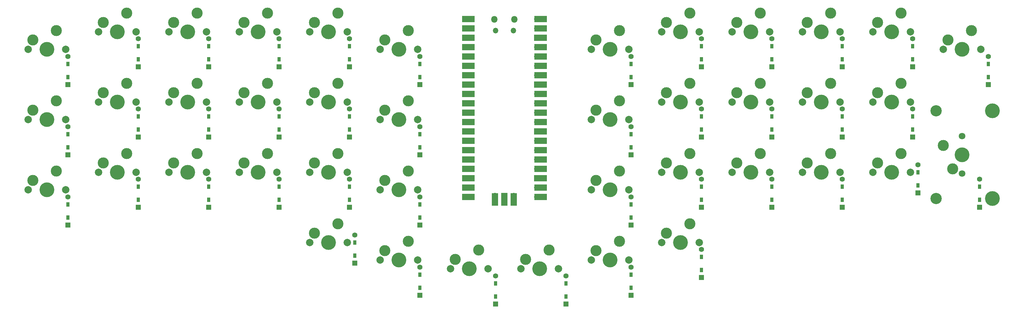
<source format=gbr>
G04 #@! TF.GenerationSoftware,KiCad,Pcbnew,8.0.4*
G04 #@! TF.CreationDate,2024-09-08T18:52:01+09:00*
G04 #@! TF.ProjectId,first_keyboard,66697273-745f-46b6-9579-626f6172642e,rev?*
G04 #@! TF.SameCoordinates,Original*
G04 #@! TF.FileFunction,Soldermask,Top*
G04 #@! TF.FilePolarity,Negative*
%FSLAX46Y46*%
G04 Gerber Fmt 4.6, Leading zero omitted, Abs format (unit mm)*
G04 Created by KiCad (PCBNEW 8.0.4) date 2024-09-08 18:52:01*
%MOMM*%
%LPD*%
G01*
G04 APERTURE LIST*
%ADD10C,2.000000*%
%ADD11C,3.000000*%
%ADD12C,4.000000*%
%ADD13C,3.050000*%
%ADD14C,1.800000*%
%ADD15O,1.800000X1.800000*%
%ADD16O,1.500000X1.500000*%
%ADD17O,1.700000X1.700000*%
%ADD18R,3.500000X1.700000*%
%ADD19R,1.700000X1.700000*%
%ADD20R,1.700000X3.500000*%
%ADD21R,1.397000X1.397000*%
%ADD22R,0.950000X1.300000*%
%ADD23C,1.397000*%
G04 APERTURE END LIST*
D10*
X187801300Y-188118700D03*
D11*
X189071300Y-185578700D03*
D12*
X192881300Y-188118700D03*
D11*
X195421300Y-183038700D03*
D10*
X197961300Y-188118700D03*
X225901300Y-147637500D03*
D11*
X227171300Y-145097500D03*
D12*
X230981300Y-147637500D03*
D11*
X233521300Y-142557500D03*
D10*
X236061300Y-147637500D03*
X225901300Y-185737500D03*
D11*
X227171300Y-183197500D03*
D12*
X230981300Y-185737500D03*
D11*
X233521300Y-180657500D03*
D10*
X236061300Y-185737500D03*
X149701300Y-180975000D03*
D11*
X150971300Y-178435000D03*
D12*
X154781300Y-180975000D03*
D11*
X157321300Y-175895000D03*
D10*
X159861300Y-180975000D03*
X302101300Y-161925000D03*
D11*
X303371300Y-159385000D03*
D12*
X307181300Y-161925000D03*
D11*
X309721300Y-156845000D03*
D10*
X312261300Y-161925000D03*
X225901300Y-128587500D03*
D11*
X227171300Y-126047500D03*
D12*
X230981300Y-128587500D03*
D11*
X233521300Y-123507500D03*
D10*
X236061300Y-128587500D03*
X264001300Y-142875000D03*
D11*
X265271300Y-140335000D03*
D12*
X269081300Y-142875000D03*
D11*
X271621300Y-137795000D03*
D10*
X274161300Y-142875000D03*
X73501300Y-128587500D03*
D11*
X74771300Y-126047500D03*
D12*
X78581300Y-128587500D03*
D11*
X81121300Y-123507500D03*
D10*
X83661300Y-128587500D03*
X168751300Y-128587500D03*
D11*
X170021300Y-126047500D03*
D12*
X173831300Y-128587500D03*
D11*
X176371300Y-123507500D03*
D10*
X178911300Y-128587500D03*
X111601300Y-161925000D03*
D11*
X112871300Y-159385000D03*
D12*
X116681300Y-161925000D03*
D11*
X119221300Y-156845000D03*
D10*
X121761300Y-161925000D03*
X168751300Y-147637500D03*
D11*
X170021300Y-145097500D03*
D12*
X173831300Y-147637500D03*
D11*
X176371300Y-142557500D03*
D10*
X178911300Y-147637500D03*
X244951300Y-142875000D03*
D11*
X246221300Y-140335000D03*
D12*
X250031300Y-142875000D03*
D11*
X252571300Y-137795000D03*
D10*
X255111300Y-142875000D03*
X92551300Y-123825000D03*
D11*
X93821300Y-121285000D03*
D12*
X97631300Y-123825000D03*
D11*
X100171300Y-118745000D03*
D10*
X102711300Y-123825000D03*
X283051300Y-123825000D03*
D11*
X284321300Y-121285000D03*
D12*
X288131300Y-123825000D03*
D11*
X290671300Y-118745000D03*
D10*
X293211300Y-123825000D03*
X149701300Y-123825000D03*
D11*
X150971300Y-121285000D03*
D12*
X154781300Y-123825000D03*
D11*
X157321300Y-118745000D03*
D10*
X159861300Y-123825000D03*
X244951300Y-161925000D03*
D11*
X246221300Y-159385000D03*
D12*
X250031300Y-161925000D03*
D11*
X252571300Y-156845000D03*
D10*
X255111300Y-161925000D03*
D13*
X319231300Y-169062500D03*
D12*
X334471300Y-169062500D03*
D14*
X326231300Y-162242500D03*
D11*
X323691300Y-160972500D03*
D12*
X326231300Y-157162500D03*
D11*
X321151300Y-154622500D03*
D14*
X326231300Y-152082500D03*
D13*
X319231300Y-145262500D03*
D12*
X334471300Y-145262500D03*
D10*
X283051300Y-142875000D03*
D11*
X284321300Y-140335000D03*
D12*
X288131300Y-142875000D03*
D11*
X290671300Y-137795000D03*
D10*
X293211300Y-142875000D03*
X302101300Y-123825000D03*
D11*
X303371300Y-121285000D03*
D12*
X307181300Y-123825000D03*
D11*
X309721300Y-118745000D03*
D10*
X312261300Y-123825000D03*
X321151300Y-128587500D03*
D11*
X322421300Y-126047500D03*
D12*
X326231300Y-128587500D03*
D11*
X328771300Y-123507500D03*
D10*
X331311300Y-128587500D03*
X73501300Y-166687500D03*
D11*
X74771300Y-164147500D03*
D12*
X78581300Y-166687500D03*
D11*
X81121300Y-161607500D03*
D10*
X83661300Y-166687500D03*
X73501300Y-147637500D03*
D11*
X74771300Y-145097500D03*
D12*
X78581300Y-147637500D03*
D11*
X81121300Y-142557500D03*
D10*
X83661300Y-147637500D03*
X168751300Y-185737500D03*
D11*
X170021300Y-183197500D03*
D12*
X173831300Y-185737500D03*
D11*
X176371300Y-180657500D03*
D10*
X178911300Y-185737500D03*
X111601300Y-123825000D03*
D11*
X112871300Y-121285000D03*
D12*
X116681300Y-123825000D03*
D11*
X119221300Y-118745000D03*
D10*
X121761300Y-123825000D03*
X244951300Y-123825000D03*
D11*
X246221300Y-121285000D03*
D12*
X250031300Y-123825000D03*
D11*
X252571300Y-118745000D03*
D10*
X255111300Y-123825000D03*
X92551300Y-161925000D03*
D11*
X93821300Y-159385000D03*
D12*
X97631300Y-161925000D03*
D11*
X100171300Y-156845000D03*
D10*
X102711300Y-161925000D03*
X225901300Y-166687500D03*
D11*
X227171300Y-164147500D03*
D12*
X230981300Y-166687500D03*
D11*
X233521300Y-161607500D03*
D10*
X236061300Y-166687500D03*
X302101300Y-142875000D03*
D11*
X303371300Y-140335000D03*
D12*
X307181300Y-142875000D03*
D11*
X309721300Y-137795000D03*
D10*
X312261300Y-142875000D03*
X130651300Y-142875000D03*
D11*
X131921300Y-140335000D03*
D12*
X135731300Y-142875000D03*
D11*
X138271300Y-137795000D03*
D10*
X140811300Y-142875000D03*
X283051300Y-161925000D03*
D11*
X284321300Y-159385000D03*
D12*
X288131300Y-161925000D03*
D11*
X290671300Y-156845000D03*
D10*
X293211300Y-161925000D03*
X264001300Y-161925000D03*
D11*
X265271300Y-159385000D03*
D12*
X269081300Y-161925000D03*
D11*
X271621300Y-156845000D03*
D10*
X274161300Y-161925000D03*
X130651300Y-123825000D03*
D11*
X131921300Y-121285000D03*
D12*
X135731300Y-123825000D03*
D11*
X138271300Y-118745000D03*
D10*
X140811300Y-123825000D03*
X149701300Y-161925000D03*
D11*
X150971300Y-159385000D03*
D12*
X154781300Y-161925000D03*
D11*
X157321300Y-156845000D03*
D10*
X159861300Y-161925000D03*
X206851300Y-188118700D03*
D11*
X208121300Y-185578700D03*
D12*
X211931300Y-188118700D03*
D11*
X214471300Y-183038700D03*
D10*
X217011300Y-188118700D03*
X168751300Y-166687500D03*
D11*
X170021300Y-164147500D03*
D12*
X173831300Y-166687500D03*
D11*
X176371300Y-161607500D03*
D10*
X178911300Y-166687500D03*
X130651300Y-161925000D03*
D11*
X131921300Y-159385000D03*
D12*
X135731300Y-161925000D03*
D11*
X138271300Y-156845000D03*
D10*
X140811300Y-161925000D03*
X149701300Y-142875000D03*
D11*
X150971300Y-140335000D03*
D12*
X154781300Y-142875000D03*
D11*
X157321300Y-137795000D03*
D10*
X159861300Y-142875000D03*
D15*
X199681300Y-120462500D03*
D16*
X199981300Y-123492500D03*
X204831300Y-123492500D03*
D15*
X205131300Y-120462500D03*
D17*
X193516300Y-120332500D03*
D18*
X192616300Y-120332500D03*
D17*
X193516300Y-122872500D03*
D18*
X192616300Y-122872500D03*
D19*
X193516300Y-125412500D03*
D18*
X192616300Y-125412500D03*
D17*
X193516300Y-127952500D03*
D18*
X192616300Y-127952500D03*
D17*
X193516300Y-130492500D03*
D18*
X192616300Y-130492500D03*
D17*
X193516300Y-133032500D03*
D18*
X192616300Y-133032500D03*
D17*
X193516300Y-135572500D03*
D18*
X192616300Y-135572500D03*
D19*
X193516300Y-138112500D03*
D18*
X192616300Y-138112500D03*
D17*
X193516300Y-140652500D03*
D18*
X192616300Y-140652500D03*
D17*
X193516300Y-143192500D03*
D18*
X192616300Y-143192500D03*
D17*
X193516300Y-145732500D03*
D18*
X192616300Y-145732500D03*
D17*
X193516300Y-148272500D03*
D18*
X192616300Y-148272500D03*
D19*
X193516300Y-150812500D03*
D18*
X192616300Y-150812500D03*
D17*
X193516300Y-153352500D03*
D18*
X192616300Y-153352500D03*
D17*
X193516300Y-155892500D03*
D18*
X192616300Y-155892500D03*
D17*
X193516300Y-158432500D03*
D18*
X192616300Y-158432500D03*
D17*
X193516300Y-160972500D03*
D18*
X192616300Y-160972500D03*
D19*
X193516300Y-163512500D03*
D18*
X192616300Y-163512500D03*
D17*
X193516300Y-166052500D03*
D18*
X192616300Y-166052500D03*
D17*
X193516300Y-168592500D03*
D18*
X192616300Y-168592500D03*
D17*
X211296300Y-168592500D03*
D18*
X212196300Y-168592500D03*
D17*
X211296300Y-166052500D03*
D18*
X212196300Y-166052500D03*
D19*
X211296300Y-163512500D03*
D18*
X212196300Y-163512500D03*
D17*
X211296300Y-160972500D03*
D18*
X212196300Y-160972500D03*
D17*
X211296300Y-158432500D03*
D18*
X212196300Y-158432500D03*
D17*
X211296300Y-155892500D03*
D18*
X212196300Y-155892500D03*
D17*
X211296300Y-153352500D03*
D18*
X212196300Y-153352500D03*
D19*
X211296300Y-150812500D03*
D18*
X212196300Y-150812500D03*
D17*
X211296300Y-148272500D03*
D18*
X212196300Y-148272500D03*
D17*
X211296300Y-145732500D03*
D18*
X212196300Y-145732500D03*
D17*
X211296300Y-143192500D03*
D18*
X212196300Y-143192500D03*
D17*
X211296300Y-140652500D03*
D18*
X212196300Y-140652500D03*
D19*
X211296300Y-138112500D03*
D18*
X212196300Y-138112500D03*
D17*
X211296300Y-135572500D03*
D18*
X212196300Y-135572500D03*
D17*
X211296300Y-133032500D03*
D18*
X212196300Y-133032500D03*
D17*
X211296300Y-130492500D03*
D18*
X212196300Y-130492500D03*
D17*
X211296300Y-127952500D03*
D18*
X212196300Y-127952500D03*
D19*
X211296300Y-125412500D03*
D18*
X212196300Y-125412500D03*
D17*
X211296300Y-122872500D03*
D18*
X212196300Y-122872500D03*
D17*
X211296300Y-120332500D03*
D18*
X212196300Y-120332500D03*
D17*
X199866300Y-168362500D03*
D20*
X199866300Y-169262500D03*
D19*
X202406300Y-168362500D03*
D20*
X202406300Y-169262500D03*
D17*
X204946300Y-168362500D03*
D20*
X204946300Y-169262500D03*
D10*
X264001300Y-123825000D03*
D11*
X265271300Y-121285000D03*
D12*
X269081300Y-123825000D03*
D11*
X271621300Y-118745000D03*
D10*
X274161300Y-123825000D03*
X92551300Y-142875000D03*
D11*
X93821300Y-140335000D03*
D12*
X97631300Y-142875000D03*
D11*
X100171300Y-137795000D03*
D10*
X102711300Y-142875000D03*
X244951300Y-180975000D03*
D11*
X246221300Y-178435000D03*
D12*
X250031300Y-180975000D03*
D11*
X252571300Y-175895000D03*
D10*
X255111300Y-180975000D03*
X111601300Y-142875000D03*
D11*
X112871300Y-140335000D03*
D12*
X116681300Y-142875000D03*
D11*
X119221300Y-137795000D03*
D10*
X121761300Y-142875000D03*
D21*
X293846800Y-152400000D03*
D22*
X293846800Y-150365000D03*
X293846800Y-146815000D03*
D23*
X293846800Y-144780000D03*
D21*
X161925000Y-186560000D03*
D22*
X161925000Y-184525000D03*
X161925000Y-180975000D03*
D23*
X161925000Y-178940000D03*
D21*
X236696800Y-138112500D03*
D22*
X236696800Y-136077500D03*
X236696800Y-132527500D03*
D23*
X236696800Y-130492500D03*
D21*
X103346800Y-171450000D03*
D22*
X103346800Y-169415000D03*
X103346800Y-165865000D03*
D23*
X103346800Y-163830000D03*
D21*
X179546800Y-138112500D03*
D22*
X179546800Y-136077500D03*
X179546800Y-132527500D03*
D23*
X179546800Y-130492500D03*
D21*
X141446800Y-171450000D03*
D22*
X141446800Y-169415000D03*
X141446800Y-165865000D03*
D23*
X141446800Y-163830000D03*
D21*
X103346800Y-133350000D03*
D22*
X103346800Y-131315000D03*
X103346800Y-127765000D03*
D23*
X103346800Y-125730000D03*
D21*
X122396800Y-152400000D03*
D22*
X122396800Y-150365000D03*
X122396800Y-146815000D03*
D23*
X122396800Y-144780000D03*
D21*
X200025000Y-197643700D03*
D22*
X200025000Y-195608700D03*
X200025000Y-192058700D03*
D23*
X200025000Y-190023700D03*
D21*
X84296800Y-157162500D03*
D22*
X84296800Y-155127500D03*
X84296800Y-151577500D03*
D23*
X84296800Y-149542500D03*
D21*
X122396800Y-133350000D03*
D22*
X122396800Y-131315000D03*
X122396800Y-127765000D03*
D23*
X122396800Y-125730000D03*
D21*
X122396800Y-171450000D03*
D22*
X122396800Y-169415000D03*
X122396800Y-165865000D03*
D23*
X122396800Y-163830000D03*
D21*
X219075000Y-197643700D03*
D22*
X219075000Y-195608700D03*
X219075000Y-192058700D03*
D23*
X219075000Y-190023700D03*
D21*
X255746800Y-171450000D03*
D22*
X255746800Y-169415000D03*
X255746800Y-165865000D03*
D23*
X255746800Y-163830000D03*
D21*
X84296800Y-176212500D03*
D22*
X84296800Y-174177500D03*
X84296800Y-170627500D03*
D23*
X84296800Y-168592500D03*
D21*
X179546800Y-176212500D03*
D22*
X179546800Y-174177500D03*
X179546800Y-170627500D03*
D23*
X179546800Y-168592500D03*
D21*
X160496800Y-152400000D03*
D22*
X160496800Y-150365000D03*
X160496800Y-146815000D03*
D23*
X160496800Y-144780000D03*
D21*
X293846800Y-171450000D03*
D22*
X293846800Y-169415000D03*
X293846800Y-165865000D03*
D23*
X293846800Y-163830000D03*
D21*
X312896800Y-152400000D03*
D22*
X312896800Y-150365000D03*
X312896800Y-146815000D03*
D23*
X312896800Y-144780000D03*
D21*
X141446800Y-152400000D03*
D22*
X141446800Y-150365000D03*
X141446800Y-146815000D03*
D23*
X141446800Y-144780000D03*
D21*
X255746800Y-152400000D03*
D22*
X255746800Y-150365000D03*
X255746800Y-146815000D03*
D23*
X255746800Y-144780000D03*
D21*
X255746800Y-133350000D03*
D22*
X255746800Y-131315000D03*
X255746800Y-127765000D03*
D23*
X255746800Y-125730000D03*
D21*
X179546800Y-195262500D03*
D22*
X179546800Y-193227500D03*
X179546800Y-189677500D03*
D23*
X179546800Y-187642500D03*
D21*
X274796800Y-152400000D03*
D22*
X274796800Y-150365000D03*
X274796800Y-146815000D03*
D23*
X274796800Y-144780000D03*
D21*
X312896800Y-133350000D03*
D22*
X312896800Y-131315000D03*
X312896800Y-127765000D03*
D23*
X312896800Y-125730000D03*
D21*
X141446800Y-133350000D03*
D22*
X141446800Y-131315000D03*
X141446800Y-127765000D03*
D23*
X141446800Y-125730000D03*
D21*
X333375000Y-138112500D03*
D22*
X333375000Y-136077500D03*
X333375000Y-132527500D03*
D23*
X333375000Y-130492500D03*
D21*
X314325000Y-167510000D03*
D22*
X314325000Y-165475000D03*
X314325000Y-161925000D03*
D23*
X314325000Y-159890000D03*
D21*
X179546800Y-157162500D03*
D22*
X179546800Y-155127500D03*
X179546800Y-151577500D03*
D23*
X179546800Y-149542500D03*
D21*
X103346800Y-152400000D03*
D22*
X103346800Y-150365000D03*
X103346800Y-146815000D03*
D23*
X103346800Y-144780000D03*
D21*
X274796800Y-133350000D03*
D22*
X274796800Y-131315000D03*
X274796800Y-127765000D03*
D23*
X274796800Y-125730000D03*
D21*
X293846800Y-133350000D03*
D22*
X293846800Y-131315000D03*
X293846800Y-127765000D03*
D23*
X293846800Y-125730000D03*
D21*
X84296800Y-138112500D03*
D22*
X84296800Y-136077500D03*
X84296800Y-132527500D03*
D23*
X84296800Y-130492500D03*
D21*
X274796800Y-171450000D03*
D22*
X274796800Y-169415000D03*
X274796800Y-165865000D03*
D23*
X274796800Y-163830000D03*
D21*
X236696800Y-176212500D03*
D22*
X236696800Y-174177500D03*
X236696800Y-170627500D03*
D23*
X236696800Y-168592500D03*
D21*
X236696800Y-195262500D03*
D22*
X236696800Y-193227500D03*
X236696800Y-189677500D03*
D23*
X236696800Y-187642500D03*
D21*
X236696800Y-157162500D03*
D22*
X236696800Y-155127500D03*
X236696800Y-151577500D03*
D23*
X236696800Y-149542500D03*
D21*
X160496800Y-133350000D03*
D22*
X160496800Y-131315000D03*
X160496800Y-127765000D03*
D23*
X160496800Y-125730000D03*
D21*
X330993800Y-171450000D03*
D22*
X330993800Y-169415000D03*
X330993800Y-165865000D03*
D23*
X330993800Y-163830000D03*
D21*
X160496800Y-171450000D03*
D22*
X160496800Y-169415000D03*
X160496800Y-165865000D03*
D23*
X160496800Y-163830000D03*
D21*
X255746800Y-190500000D03*
D22*
X255746800Y-188465000D03*
X255746800Y-184915000D03*
D23*
X255746800Y-182880000D03*
M02*

</source>
